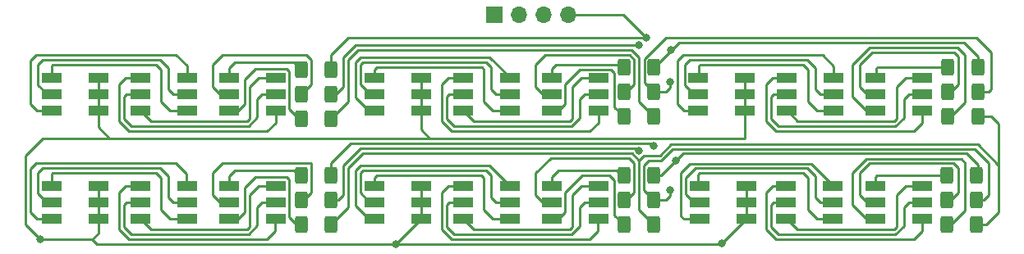
<source format=gbr>
%TF.GenerationSoftware,KiCad,Pcbnew,(6.0.5)*%
%TF.CreationDate,2023-08-09T01:27:25+09:00*%
%TF.ProjectId,TSAL,5453414c-2e6b-4696-9361-645f70636258,rev?*%
%TF.SameCoordinates,Original*%
%TF.FileFunction,Copper,L1,Top*%
%TF.FilePolarity,Positive*%
%FSLAX46Y46*%
G04 Gerber Fmt 4.6, Leading zero omitted, Abs format (unit mm)*
G04 Created by KiCad (PCBNEW (6.0.5)) date 2023-08-09 01:27:25*
%MOMM*%
%LPD*%
G01*
G04 APERTURE LIST*
G04 Aperture macros list*
%AMRoundRect*
0 Rectangle with rounded corners*
0 $1 Rounding radius*
0 $2 $3 $4 $5 $6 $7 $8 $9 X,Y pos of 4 corners*
0 Add a 4 corners polygon primitive as box body*
4,1,4,$2,$3,$4,$5,$6,$7,$8,$9,$2,$3,0*
0 Add four circle primitives for the rounded corners*
1,1,$1+$1,$2,$3*
1,1,$1+$1,$4,$5*
1,1,$1+$1,$6,$7*
1,1,$1+$1,$8,$9*
0 Add four rect primitives between the rounded corners*
20,1,$1+$1,$2,$3,$4,$5,0*
20,1,$1+$1,$4,$5,$6,$7,0*
20,1,$1+$1,$6,$7,$8,$9,0*
20,1,$1+$1,$8,$9,$2,$3,0*%
G04 Aperture macros list end*
%TA.AperFunction,SMDPad,CuDef*%
%ADD10RoundRect,0.250000X0.400000X0.625000X-0.400000X0.625000X-0.400000X-0.625000X0.400000X-0.625000X0*%
%TD*%
%TA.AperFunction,SMDPad,CuDef*%
%ADD11R,2.000000X1.100000*%
%TD*%
%TA.AperFunction,ComponentPad*%
%ADD12R,1.700000X1.700000*%
%TD*%
%TA.AperFunction,ComponentPad*%
%ADD13O,1.700000X1.700000*%
%TD*%
%TA.AperFunction,ViaPad*%
%ADD14C,0.800000*%
%TD*%
%TA.AperFunction,Conductor*%
%ADD15C,0.250000*%
%TD*%
G04 APERTURE END LIST*
D10*
%TO.P,R13,1*%
%TO.N,TSAL_RED*%
X158268000Y-141478000D03*
%TO.P,R13,2*%
%TO.N,Net-(D1-Pad3)*%
X155168000Y-141478000D03*
%TD*%
%TO.P,R2,1*%
%TO.N,TSAL_GREEN*%
X124994000Y-128016000D03*
%TO.P,R2,2*%
%TO.N,Net-(D9-Pad2)*%
X121894000Y-128016000D03*
%TD*%
%TO.P,R8,1*%
%TO.N,TSAL_GREEN*%
X191656000Y-127797142D03*
%TO.P,R8,2*%
%TO.N,Net-(D11-Pad2)*%
X188556000Y-127797142D03*
%TD*%
%TO.P,R10,1*%
%TO.N,TSAL_RED*%
X124994000Y-141478000D03*
%TO.P,R10,2*%
%TO.N,Net-(D12-Pad3)*%
X121894000Y-141478000D03*
%TD*%
%TO.P,R9,1*%
%TO.N,TSAL_BLUE*%
X191656000Y-125222000D03*
%TO.P,R9,2*%
%TO.N,Net-(D11-Pad1)*%
X188556000Y-125222000D03*
%TD*%
%TO.P,R18,1*%
%TO.N,TSAL_BLUE*%
X191542000Y-136398000D03*
%TO.P,R18,2*%
%TO.N,Net-(D2-Pad1)*%
X188442000Y-136398000D03*
%TD*%
D11*
%TO.P,D20,1,BK*%
%TO.N,Net-(D16-Pad4)*%
X96152000Y-137492000D03*
%TO.P,D20,2,GK*%
%TO.N,Net-(D16-Pad5)*%
X96152000Y-139192000D03*
%TO.P,D20,3,RK*%
%TO.N,Net-(D16-Pad6)*%
X96152000Y-140892000D03*
%TO.P,D20,4,BA*%
%TO.N,12V*%
X100952000Y-140892000D03*
%TO.P,D20,5,GA*%
X100952000Y-139192000D03*
%TO.P,D20,6,RA*%
X100952000Y-137492000D03*
%TD*%
%TO.P,D16,1,BK*%
%TO.N,Net-(D12-Pad4)*%
X105296000Y-137492000D03*
%TO.P,D16,2,GK*%
%TO.N,Net-(D12-Pad5)*%
X105296000Y-139192000D03*
%TO.P,D16,3,RK*%
%TO.N,Net-(D12-Pad6)*%
X105296000Y-140892000D03*
%TO.P,D16,4,BA*%
%TO.N,Net-(D16-Pad4)*%
X110096000Y-140892000D03*
%TO.P,D16,5,GA*%
%TO.N,Net-(D16-Pad5)*%
X110096000Y-139192000D03*
%TO.P,D16,6,RA*%
%TO.N,Net-(D16-Pad6)*%
X110096000Y-137492000D03*
%TD*%
%TO.P,D8,1,BK*%
%TO.N,Net-(D5-Pad4)*%
X162954000Y-137492000D03*
%TO.P,D8,2,GK*%
%TO.N,Net-(D5-Pad5)*%
X162954000Y-139192000D03*
%TO.P,D8,3,RK*%
%TO.N,Net-(D5-Pad6)*%
X162954000Y-140892000D03*
%TO.P,D8,4,BA*%
%TO.N,12V*%
X167754000Y-140892000D03*
%TO.P,D8,5,GA*%
X167754000Y-139192000D03*
%TO.P,D8,6,RA*%
X167754000Y-137492000D03*
%TD*%
%TO.P,D7,1,BK*%
%TO.N,Net-(D4-Pad4)*%
X129426000Y-137492000D03*
%TO.P,D7,2,GK*%
%TO.N,Net-(D4-Pad5)*%
X129426000Y-139192000D03*
%TO.P,D7,3,RK*%
%TO.N,Net-(D4-Pad6)*%
X129426000Y-140892000D03*
%TO.P,D7,4,BA*%
%TO.N,12V*%
X134226000Y-140892000D03*
%TO.P,D7,5,GA*%
X134226000Y-139192000D03*
%TO.P,D7,6,RA*%
X134226000Y-137492000D03*
%TD*%
D10*
%TO.P,R5,1*%
%TO.N,TSAL_GREEN*%
X158268000Y-127797142D03*
%TO.P,R5,2*%
%TO.N,Net-(D10-Pad2)*%
X155168000Y-127797142D03*
%TD*%
%TO.P,R17,1*%
%TO.N,TSAL_GREEN*%
X191542000Y-138938000D03*
%TO.P,R17,2*%
%TO.N,Net-(D2-Pad2)*%
X188442000Y-138938000D03*
%TD*%
D11*
%TO.P,D1,1,BK*%
%TO.N,Net-(D1-Pad1)*%
X147714000Y-137492000D03*
%TO.P,D1,2,GK*%
%TO.N,Net-(D1-Pad2)*%
X147714000Y-139192000D03*
%TO.P,D1,3,RK*%
%TO.N,Net-(D1-Pad3)*%
X147714000Y-140892000D03*
%TO.P,D1,4,BA*%
%TO.N,Net-(D1-Pad4)*%
X152514000Y-140892000D03*
%TO.P,D1,5,GA*%
%TO.N,Net-(D1-Pad5)*%
X152514000Y-139192000D03*
%TO.P,D1,6,RA*%
%TO.N,Net-(D1-Pad6)*%
X152514000Y-137492000D03*
%TD*%
D10*
%TO.P,R12,1*%
%TO.N,TSAL_BLUE*%
X124994000Y-136398000D03*
%TO.P,R12,2*%
%TO.N,Net-(D12-Pad1)*%
X121894000Y-136398000D03*
%TD*%
%TO.P,R6,1*%
%TO.N,TSAL_BLUE*%
X158268000Y-125257142D03*
%TO.P,R6,2*%
%TO.N,Net-(D10-Pad1)*%
X155168000Y-125257142D03*
%TD*%
D11*
%TO.P,D17,1,BK*%
%TO.N,Net-(D13-Pad4)*%
X96152000Y-126316000D03*
%TO.P,D17,2,GK*%
%TO.N,Net-(D13-Pad5)*%
X96152000Y-128016000D03*
%TO.P,D17,3,RK*%
%TO.N,Net-(D13-Pad6)*%
X96152000Y-129716000D03*
%TO.P,D17,4,BA*%
%TO.N,12V*%
X100952000Y-129716000D03*
%TO.P,D17,5,GA*%
X100952000Y-128016000D03*
%TO.P,D17,6,RA*%
X100952000Y-126316000D03*
%TD*%
D10*
%TO.P,R15,1*%
%TO.N,TSAL_BLUE*%
X158268000Y-136398000D03*
%TO.P,R15,2*%
%TO.N,Net-(D1-Pad1)*%
X155168000Y-136398000D03*
%TD*%
%TO.P,R11,1*%
%TO.N,TSAL_GREEN*%
X124994000Y-138938000D03*
%TO.P,R11,2*%
%TO.N,Net-(D12-Pad2)*%
X121894000Y-138938000D03*
%TD*%
D11*
%TO.P,D13,1,BK*%
%TO.N,Net-(D13-Pad1)*%
X105296000Y-126316000D03*
%TO.P,D13,2,GK*%
%TO.N,Net-(D13-Pad2)*%
X105296000Y-128016000D03*
%TO.P,D13,3,RK*%
%TO.N,Net-(D13-Pad3)*%
X105296000Y-129716000D03*
%TO.P,D13,4,BA*%
%TO.N,Net-(D13-Pad4)*%
X110096000Y-129716000D03*
%TO.P,D13,5,GA*%
%TO.N,Net-(D13-Pad5)*%
X110096000Y-128016000D03*
%TO.P,D13,6,RA*%
%TO.N,Net-(D13-Pad6)*%
X110096000Y-126316000D03*
%TD*%
D10*
%TO.P,R7,1*%
%TO.N,TSAL_RED*%
X191656000Y-130302000D03*
%TO.P,R7,2*%
%TO.N,Net-(D11-Pad3)*%
X188556000Y-130302000D03*
%TD*%
D11*
%TO.P,D19,1,BK*%
%TO.N,Net-(D15-Pad4)*%
X162814000Y-126351142D03*
%TO.P,D19,2,GK*%
%TO.N,Net-(D15-Pad5)*%
X162814000Y-128051142D03*
%TO.P,D19,3,RK*%
%TO.N,Net-(D15-Pad6)*%
X162814000Y-129751142D03*
%TO.P,D19,4,BA*%
%TO.N,12V*%
X167614000Y-129751142D03*
%TO.P,D19,5,GA*%
X167614000Y-128051142D03*
%TO.P,D19,6,RA*%
X167614000Y-126351142D03*
%TD*%
D12*
%TO.P,J1,1*%
%TO.N,12V*%
X141812000Y-119778000D03*
D13*
%TO.P,J1,2*%
%TO.N,TSAL_RED*%
X144352000Y-119778000D03*
%TO.P,J1,3*%
%TO.N,TSAL_GREEN*%
X146892000Y-119778000D03*
%TO.P,J1,4*%
%TO.N,TSAL_BLUE*%
X149432000Y-119778000D03*
%TD*%
D10*
%TO.P,R14,1*%
%TO.N,TSAL_GREEN*%
X158268000Y-138938000D03*
%TO.P,R14,2*%
%TO.N,Net-(D1-Pad2)*%
X155168000Y-138938000D03*
%TD*%
%TO.P,R4,1*%
%TO.N,TSAL_RED*%
X158268000Y-130337142D03*
%TO.P,R4,2*%
%TO.N,Net-(D10-Pad3)*%
X155168000Y-130337142D03*
%TD*%
D11*
%TO.P,D4,1,BK*%
%TO.N,Net-(D1-Pad4)*%
X138570000Y-137492000D03*
%TO.P,D4,2,GK*%
%TO.N,Net-(D1-Pad5)*%
X138570000Y-139192000D03*
%TO.P,D4,3,RK*%
%TO.N,Net-(D1-Pad6)*%
X138570000Y-140892000D03*
%TO.P,D4,4,BA*%
%TO.N,Net-(D4-Pad4)*%
X143370000Y-140892000D03*
%TO.P,D4,5,GA*%
%TO.N,Net-(D4-Pad5)*%
X143370000Y-139192000D03*
%TO.P,D4,6,RA*%
%TO.N,Net-(D4-Pad6)*%
X143370000Y-137492000D03*
%TD*%
%TO.P,D2,1,BK*%
%TO.N,Net-(D2-Pad1)*%
X181102000Y-137492000D03*
%TO.P,D2,2,GK*%
%TO.N,Net-(D2-Pad2)*%
X181102000Y-139192000D03*
%TO.P,D2,3,RK*%
%TO.N,Net-(D2-Pad3)*%
X181102000Y-140892000D03*
%TO.P,D2,4,BA*%
%TO.N,Net-(D2-Pad4)*%
X185902000Y-140892000D03*
%TO.P,D2,5,GA*%
%TO.N,Net-(D2-Pad5)*%
X185902000Y-139192000D03*
%TO.P,D2,6,RA*%
%TO.N,Net-(D2-Pad6)*%
X185902000Y-137492000D03*
%TD*%
%TO.P,D14,1,BK*%
%TO.N,Net-(D10-Pad4)*%
X138570000Y-126351142D03*
%TO.P,D14,2,GK*%
%TO.N,Net-(D10-Pad5)*%
X138570000Y-128051142D03*
%TO.P,D14,3,RK*%
%TO.N,Net-(D10-Pad6)*%
X138570000Y-129751142D03*
%TO.P,D14,4,BA*%
%TO.N,Net-(D14-Pad4)*%
X143370000Y-129751142D03*
%TO.P,D14,5,GA*%
%TO.N,Net-(D14-Pad5)*%
X143370000Y-128051142D03*
%TO.P,D14,6,RA*%
%TO.N,Net-(D14-Pad6)*%
X143370000Y-126351142D03*
%TD*%
%TO.P,D5,1,BK*%
%TO.N,Net-(D2-Pad4)*%
X171844000Y-137492000D03*
%TO.P,D5,2,GK*%
%TO.N,Net-(D2-Pad5)*%
X171844000Y-139192000D03*
%TO.P,D5,3,RK*%
%TO.N,Net-(D2-Pad6)*%
X171844000Y-140892000D03*
%TO.P,D5,4,BA*%
%TO.N,Net-(D5-Pad4)*%
X176644000Y-140892000D03*
%TO.P,D5,5,GA*%
%TO.N,Net-(D5-Pad5)*%
X176644000Y-139192000D03*
%TO.P,D5,6,RA*%
%TO.N,Net-(D5-Pad6)*%
X176644000Y-137492000D03*
%TD*%
D10*
%TO.P,R16,1*%
%TO.N,TSAL_RED*%
X191542000Y-141478000D03*
%TO.P,R16,2*%
%TO.N,Net-(D2-Pad3)*%
X188442000Y-141478000D03*
%TD*%
D11*
%TO.P,D11,1,BK*%
%TO.N,Net-(D11-Pad1)*%
X181102000Y-126351142D03*
%TO.P,D11,2,GK*%
%TO.N,Net-(D11-Pad2)*%
X181102000Y-128051142D03*
%TO.P,D11,3,RK*%
%TO.N,Net-(D11-Pad3)*%
X181102000Y-129751142D03*
%TO.P,D11,4,BA*%
%TO.N,Net-(D11-Pad4)*%
X185902000Y-129751142D03*
%TO.P,D11,5,GA*%
%TO.N,Net-(D11-Pad5)*%
X185902000Y-128051142D03*
%TO.P,D11,6,RA*%
%TO.N,Net-(D11-Pad6)*%
X185902000Y-126351142D03*
%TD*%
D10*
%TO.P,R1,1*%
%TO.N,TSAL_RED*%
X124994000Y-130556000D03*
%TO.P,R1,2*%
%TO.N,Net-(D9-Pad3)*%
X121894000Y-130556000D03*
%TD*%
D11*
%TO.P,D15,1,BK*%
%TO.N,Net-(D11-Pad4)*%
X171958000Y-126351142D03*
%TO.P,D15,2,GK*%
%TO.N,Net-(D11-Pad5)*%
X171958000Y-128051142D03*
%TO.P,D15,3,RK*%
%TO.N,Net-(D11-Pad6)*%
X171958000Y-129751142D03*
%TO.P,D15,4,BA*%
%TO.N,Net-(D15-Pad4)*%
X176758000Y-129751142D03*
%TO.P,D15,5,GA*%
%TO.N,Net-(D15-Pad5)*%
X176758000Y-128051142D03*
%TO.P,D15,6,RA*%
%TO.N,Net-(D15-Pad6)*%
X176758000Y-126351142D03*
%TD*%
%TO.P,D12,1,BK*%
%TO.N,Net-(D12-Pad1)*%
X114440000Y-137492000D03*
%TO.P,D12,2,GK*%
%TO.N,Net-(D12-Pad2)*%
X114440000Y-139192000D03*
%TO.P,D12,3,RK*%
%TO.N,Net-(D12-Pad3)*%
X114440000Y-140892000D03*
%TO.P,D12,4,BA*%
%TO.N,Net-(D12-Pad4)*%
X119240000Y-140892000D03*
%TO.P,D12,5,GA*%
%TO.N,Net-(D12-Pad5)*%
X119240000Y-139192000D03*
%TO.P,D12,6,RA*%
%TO.N,Net-(D12-Pad6)*%
X119240000Y-137492000D03*
%TD*%
D10*
%TO.P,R3,1*%
%TO.N,TSAL_BLUE*%
X124994000Y-125476000D03*
%TO.P,R3,2*%
%TO.N,Net-(D9-Pad1)*%
X121894000Y-125476000D03*
%TD*%
D11*
%TO.P,D18,1,BK*%
%TO.N,Net-(D14-Pad4)*%
X129426000Y-126351142D03*
%TO.P,D18,2,GK*%
%TO.N,Net-(D14-Pad5)*%
X129426000Y-128051142D03*
%TO.P,D18,3,RK*%
%TO.N,Net-(D14-Pad6)*%
X129426000Y-129751142D03*
%TO.P,D18,4,BA*%
%TO.N,12V*%
X134226000Y-129751142D03*
%TO.P,D18,5,GA*%
X134226000Y-128051142D03*
%TO.P,D18,6,RA*%
X134226000Y-126351142D03*
%TD*%
%TO.P,D10,1,BK*%
%TO.N,Net-(D10-Pad1)*%
X147714000Y-126351142D03*
%TO.P,D10,2,GK*%
%TO.N,Net-(D10-Pad2)*%
X147714000Y-128051142D03*
%TO.P,D10,3,RK*%
%TO.N,Net-(D10-Pad3)*%
X147714000Y-129751142D03*
%TO.P,D10,4,BA*%
%TO.N,Net-(D10-Pad4)*%
X152514000Y-129751142D03*
%TO.P,D10,5,GA*%
%TO.N,Net-(D10-Pad5)*%
X152514000Y-128051142D03*
%TO.P,D10,6,RA*%
%TO.N,Net-(D10-Pad6)*%
X152514000Y-126351142D03*
%TD*%
%TO.P,D9,1,BK*%
%TO.N,Net-(D9-Pad1)*%
X114440000Y-126316000D03*
%TO.P,D9,2,GK*%
%TO.N,Net-(D9-Pad2)*%
X114440000Y-128016000D03*
%TO.P,D9,3,RK*%
%TO.N,Net-(D9-Pad3)*%
X114440000Y-129716000D03*
%TO.P,D9,4,BA*%
%TO.N,Net-(D13-Pad1)*%
X119240000Y-129716000D03*
%TO.P,D9,5,GA*%
%TO.N,Net-(D13-Pad2)*%
X119240000Y-128016000D03*
%TO.P,D9,6,RA*%
%TO.N,Net-(D13-Pad3)*%
X119240000Y-126316000D03*
%TD*%
D14*
%TO.N,TSAL_RED*%
X124994000Y-130556000D03*
X191656000Y-130302000D03*
X158242000Y-141478000D03*
X158242000Y-130302000D03*
X124968000Y-141478000D03*
X191542000Y-141478000D03*
%TO.N,TSAL_GREEN*%
X159943500Y-137922000D03*
X159949070Y-126746000D03*
X156718000Y-133858000D03*
X191542000Y-138938000D03*
X158242000Y-138938000D03*
X156718000Y-122936000D03*
X124988430Y-138938000D03*
X158242000Y-127762000D03*
X191656000Y-127797142D03*
X124994000Y-128016000D03*
%TO.N,TSAL_BLUE*%
X124988430Y-136377570D03*
X160020000Y-123444000D03*
X158242000Y-133350000D03*
X191656000Y-125222000D03*
X158399571Y-125125571D03*
X191650430Y-136398000D03*
X157480000Y-122174000D03*
X158242000Y-136398000D03*
X124994000Y-125476000D03*
X160528000Y-134874000D03*
%TO.N,12V*%
X165245000Y-143401000D03*
X94996000Y-143002000D03*
X131608000Y-143510000D03*
%TD*%
D15*
%TO.N,TSAL_RED*%
X158262430Y-141513142D02*
X156712430Y-139963142D01*
X155993489Y-134158103D02*
X155993489Y-134149489D01*
X156718000Y-128787142D02*
X156718000Y-124206000D01*
X155956000Y-123444000D02*
X156718000Y-124206000D01*
X156712430Y-134888184D02*
X157234614Y-134366000D01*
X126740430Y-135636000D02*
X126740430Y-139705570D01*
X155993489Y-134149489D02*
X155956000Y-134112000D01*
X193040000Y-130302000D02*
X193802000Y-131064000D01*
X158876282Y-134366000D02*
X160029322Y-133212960D01*
X193802000Y-140208000D02*
X192532000Y-141478000D01*
X193040000Y-130302000D02*
X191656000Y-130302000D01*
X160029322Y-133212960D02*
X191632960Y-133212960D01*
X127762000Y-123444000D02*
X155956000Y-123444000D01*
X192532000Y-141478000D02*
X191542000Y-141478000D01*
X126740430Y-139705570D02*
X124968000Y-141478000D01*
X156712430Y-134888184D02*
X156718000Y-134882614D01*
X156718000Y-134882614D02*
X155993489Y-134158103D01*
X124994000Y-130556000D02*
X126746000Y-128804000D01*
X128264430Y-134112000D02*
X126740430Y-135636000D01*
X193802000Y-135382000D02*
X193802000Y-135636000D01*
X156712430Y-139963142D02*
X156712430Y-134888184D01*
X193802000Y-135636000D02*
X193802000Y-140208000D01*
X193802000Y-131064000D02*
X193802000Y-135636000D01*
X155956000Y-134112000D02*
X128264430Y-134112000D01*
X157234614Y-134366000D02*
X158876282Y-134366000D01*
X191632960Y-133212960D02*
X193802000Y-135382000D01*
X126746000Y-124460000D02*
X127762000Y-123444000D01*
X126746000Y-128804000D02*
X126746000Y-124460000D01*
X158268000Y-130337142D02*
X156718000Y-128787142D01*
%TO.N,Net-(D2-Pad3)*%
X190327520Y-140021622D02*
X188582000Y-141767142D01*
X189936480Y-134713622D02*
X190327520Y-135104662D01*
X178702000Y-139481142D02*
X178702000Y-136179142D01*
X180148000Y-140927142D02*
X178702000Y-139481142D01*
X190327520Y-135104662D02*
X190327520Y-140021622D01*
X180167520Y-134713622D02*
X189936480Y-134713622D01*
X178702000Y-136179142D02*
X180167520Y-134713622D01*
%TO.N,TSAL_GREEN*%
X159471288Y-138973142D02*
X158262430Y-138973142D01*
X125724430Y-138938000D02*
X124988430Y-138938000D01*
X159943500Y-138500930D02*
X159471288Y-138973142D01*
X159949070Y-126746000D02*
X159949070Y-127324930D01*
X157734000Y-134874000D02*
X159004000Y-134874000D01*
X126232430Y-138430000D02*
X125724430Y-138938000D01*
X156718000Y-133858000D02*
X156464000Y-133604000D01*
X159943500Y-137922000D02*
X159943500Y-138500930D01*
X157226000Y-137936712D02*
X157226000Y-135382000D01*
X157293480Y-126822622D02*
X157293480Y-124394169D01*
X159949070Y-127324930D02*
X159476858Y-127797142D01*
X126232430Y-135382000D02*
X126232430Y-138430000D01*
X159004000Y-134874000D02*
X160215520Y-133662480D01*
X156464000Y-133604000D02*
X128010430Y-133604000D01*
X192786000Y-138430000D02*
X192278000Y-138938000D01*
X128010430Y-133604000D02*
X126232430Y-135382000D01*
X192750858Y-127797142D02*
X191656000Y-127797142D01*
X192278000Y-138938000D02*
X191542000Y-138938000D01*
X126238000Y-124206000D02*
X126238000Y-127254000D01*
X191320480Y-133662480D02*
X192786000Y-135128000D01*
X157293480Y-124394169D02*
X159513649Y-122174000D01*
X158262430Y-138973142D02*
X157226000Y-137936712D01*
X156718000Y-122936000D02*
X127508000Y-122936000D01*
X127508000Y-122936000D02*
X126238000Y-124206000D01*
X193040000Y-127508000D02*
X192750858Y-127797142D01*
X159476858Y-127797142D02*
X158268000Y-127797142D01*
X126238000Y-127254000D02*
X125476000Y-128016000D01*
X125476000Y-128016000D02*
X124994000Y-128016000D01*
X160215520Y-133662480D02*
X191320480Y-133662480D01*
X191516000Y-122174000D02*
X193040000Y-123698000D01*
X193040000Y-123698000D02*
X193040000Y-127508000D01*
X159513649Y-122174000D02*
X191516000Y-122174000D01*
X158268000Y-127797142D02*
X157293480Y-126822622D01*
X192786000Y-135128000D02*
X192786000Y-138430000D01*
X157226000Y-135382000D02*
X157734000Y-134874000D01*
%TO.N,Net-(D2-Pad2)*%
X179464000Y-136179142D02*
X180480000Y-135163142D01*
X179464000Y-138465142D02*
X179464000Y-136179142D01*
X189116000Y-135163142D02*
X189624000Y-135671142D01*
X189624000Y-135671142D02*
X189624000Y-138185142D01*
X180480000Y-135163142D02*
X189116000Y-135163142D01*
X189624000Y-138185142D02*
X188582000Y-139227142D01*
X180226000Y-139227142D02*
X179464000Y-138465142D01*
%TO.N,TSAL_BLUE*%
X190494430Y-134112000D02*
X191650430Y-135268000D01*
X155084000Y-119778000D02*
X157480000Y-122174000D01*
X161290000Y-134112000D02*
X190494430Y-134112000D01*
X126746000Y-122174000D02*
X124994000Y-123926000D01*
X158262430Y-136433142D02*
X158968858Y-136433142D01*
X191650430Y-135268000D02*
X191650430Y-136398000D01*
X190246000Y-122682000D02*
X191656000Y-124092000D01*
X158242000Y-133350000D02*
X157988000Y-133096000D01*
X191656000Y-124092000D02*
X191656000Y-125222000D01*
X126994430Y-133096000D02*
X124988430Y-135102000D01*
X158399571Y-125125571D02*
X160843142Y-122682000D01*
X158968858Y-136433142D02*
X161290000Y-134112000D01*
X124988430Y-135102000D02*
X124988430Y-136377570D01*
X157988000Y-133096000D02*
X126994430Y-133096000D01*
X124994000Y-123926000D02*
X124994000Y-125476000D01*
X160843142Y-122682000D02*
X190246000Y-122682000D01*
X158268000Y-125257142D02*
X158399571Y-125125571D01*
X149432000Y-119778000D02*
X155084000Y-119778000D01*
X157480000Y-122174000D02*
X126746000Y-122174000D01*
%TO.N,Net-(D2-Pad1)*%
X181128000Y-136547142D02*
X181242000Y-136433142D01*
X181242000Y-136433142D02*
X188328000Y-136433142D01*
X181128000Y-137527142D02*
X181128000Y-136547142D01*
%TO.N,Net-(D9-Pad3)*%
X120650000Y-129540000D02*
X121666000Y-130556000D01*
X120396000Y-125441489D02*
X120650000Y-125695489D01*
X116078000Y-129032000D02*
X116078000Y-126492000D01*
X115394000Y-129716000D02*
X116078000Y-129032000D01*
X120650000Y-125695489D02*
X120650000Y-129540000D01*
X117128511Y-125441489D02*
X120396000Y-125441489D01*
X114440000Y-129716000D02*
X115394000Y-129716000D01*
X121666000Y-130556000D02*
X121894000Y-130556000D01*
X116078000Y-126492000D02*
X117128511Y-125441489D01*
%TO.N,Net-(D9-Pad2)*%
X122936000Y-124460000D02*
X122936000Y-126974000D01*
X122428000Y-123952000D02*
X122936000Y-124460000D01*
X112776000Y-124968000D02*
X113792000Y-123952000D01*
X112776000Y-127254000D02*
X112776000Y-124968000D01*
X113792000Y-123952000D02*
X122428000Y-123952000D01*
X122936000Y-126974000D02*
X121894000Y-128016000D01*
X113538000Y-128016000D02*
X112776000Y-127254000D01*
X114440000Y-128016000D02*
X113538000Y-128016000D01*
%TO.N,Net-(D1-Pad4)*%
X136392430Y-142021142D02*
X137408430Y-143037142D01*
X137408430Y-143037142D02*
X151632430Y-143037142D01*
X136392430Y-138211142D02*
X136392430Y-142021142D01*
X138564430Y-137527142D02*
X137076430Y-137527142D01*
X152508430Y-142161142D02*
X152508430Y-140927142D01*
X137076430Y-137527142D02*
X136392430Y-138211142D01*
X151632430Y-143037142D02*
X152508430Y-142161142D01*
%TO.N,Net-(D1-Pad5)*%
X137154430Y-139227142D02*
X136900430Y-139481142D01*
X138564430Y-139227142D02*
X137154430Y-139227142D01*
X136900430Y-141767142D02*
X137662430Y-142529142D01*
X150616430Y-139735142D02*
X151124430Y-139227142D01*
X151124430Y-139227142D02*
X152508430Y-139227142D01*
X137662430Y-142529142D02*
X149728147Y-142529142D01*
X149728147Y-142529142D02*
X150616430Y-141640859D01*
X150616430Y-141640859D02*
X150616430Y-139735142D01*
X136900430Y-139481142D02*
X136900430Y-141767142D01*
%TO.N,Net-(D1-Pad6)*%
X150792430Y-137527142D02*
X152508430Y-137527142D01*
X149854430Y-141767142D02*
X149854430Y-138465142D01*
X149854430Y-138465142D02*
X150792430Y-137527142D01*
X139658430Y-142021142D02*
X149600430Y-142021142D01*
X149600430Y-142021142D02*
X149854430Y-141767142D01*
X138564430Y-140927142D02*
X139658430Y-142021142D01*
%TO.N,Net-(D13-Pad1)*%
X105296000Y-126316000D02*
X103808000Y-126316000D01*
X119240000Y-130950000D02*
X119240000Y-129716000D01*
X103808000Y-126316000D02*
X103124000Y-127000000D01*
X103124000Y-127000000D02*
X103124000Y-130810000D01*
X118364000Y-131826000D02*
X119240000Y-130950000D01*
X103124000Y-130810000D02*
X104140000Y-131826000D01*
X104140000Y-131826000D02*
X118364000Y-131826000D01*
%TO.N,Net-(D13-Pad2)*%
X103632000Y-130556000D02*
X104394000Y-131318000D01*
X117856000Y-128016000D02*
X119240000Y-128016000D01*
X117348000Y-130429717D02*
X117348000Y-128524000D01*
X116459717Y-131318000D02*
X117348000Y-130429717D01*
X103632000Y-128270000D02*
X103632000Y-130556000D01*
X105296000Y-128016000D02*
X103886000Y-128016000D01*
X104394000Y-131318000D02*
X116459717Y-131318000D01*
X103886000Y-128016000D02*
X103632000Y-128270000D01*
X117348000Y-128524000D02*
X117856000Y-128016000D01*
%TO.N,Net-(D13-Pad3)*%
X106390000Y-130810000D02*
X116332000Y-130810000D01*
X116586000Y-127254000D02*
X117524000Y-126316000D01*
X105296000Y-129716000D02*
X106390000Y-130810000D01*
X117524000Y-126316000D02*
X119240000Y-126316000D01*
X116586000Y-130556000D02*
X116586000Y-127254000D01*
X116332000Y-130810000D02*
X116586000Y-130556000D01*
%TO.N,Net-(D9-Pad1)*%
X115062000Y-124714000D02*
X121132000Y-124714000D01*
X114440000Y-125336000D02*
X115062000Y-124714000D01*
X114440000Y-126316000D02*
X114440000Y-125336000D01*
X121132000Y-124714000D02*
X121894000Y-125476000D01*
%TO.N,12V*%
X100952000Y-131432000D02*
X100952000Y-126316000D01*
X100330000Y-143002000D02*
X100838000Y-143510000D01*
X167754000Y-137492000D02*
X167754000Y-140892000D01*
X134226000Y-137492000D02*
X134226000Y-140892000D01*
X95250000Y-132588000D02*
X93472000Y-134366000D01*
X167614000Y-132588000D02*
X167614000Y-126351142D01*
X102108000Y-132588000D02*
X100952000Y-131432000D01*
X93472000Y-141478000D02*
X94996000Y-143002000D01*
X102362000Y-132588000D02*
X102108000Y-132588000D01*
X135128000Y-132588000D02*
X102362000Y-132588000D01*
X135128000Y-132588000D02*
X167614000Y-132588000D01*
X100330000Y-143002000D02*
X100952000Y-142380000D01*
X131608000Y-143510000D02*
X165136000Y-143510000D01*
X94996000Y-143002000D02*
X100330000Y-143002000D01*
X135128000Y-132588000D02*
X134226000Y-131686000D01*
X165245000Y-143401000D02*
X167754000Y-140892000D01*
X102362000Y-132588000D02*
X95250000Y-132588000D01*
X93472000Y-134366000D02*
X93472000Y-141478000D01*
X100838000Y-143510000D02*
X131608000Y-143510000D01*
X134226000Y-131686000D02*
X134226000Y-126351142D01*
X100952000Y-142380000D02*
X100952000Y-137492000D01*
X131608000Y-143510000D02*
X134226000Y-140892000D01*
X165136000Y-143510000D02*
X165245000Y-143401000D01*
%TO.N,Net-(D1-Pad1)*%
X147734430Y-137527142D02*
X147734430Y-136547142D01*
X154391288Y-135890000D02*
X154934430Y-136433142D01*
X148391572Y-135890000D02*
X154391288Y-135890000D01*
X147734430Y-136547142D02*
X148391572Y-135890000D01*
%TO.N,Net-(D1-Pad2)*%
X156204430Y-135133570D02*
X156204430Y-138211142D01*
X156204430Y-138211142D02*
X155188430Y-139227142D01*
X146832430Y-139227142D02*
X146070430Y-138465142D01*
X155702000Y-134620000D02*
X156210000Y-135128000D01*
X156210000Y-135128000D02*
X156204430Y-135133570D01*
X146070430Y-138465142D02*
X146070430Y-136179142D01*
X146070430Y-136179142D02*
X147629572Y-134620000D01*
X147629572Y-134620000D02*
X155702000Y-134620000D01*
%TO.N,Net-(D1-Pad3)*%
X150870430Y-136398000D02*
X149092430Y-138176000D01*
X148373288Y-140927142D02*
X147708430Y-140927142D01*
X154172430Y-140523142D02*
X154172430Y-136900430D01*
X153670000Y-136398000D02*
X150870430Y-136398000D01*
X155162430Y-141513142D02*
X154172430Y-140523142D01*
X149092430Y-138176000D02*
X149092430Y-140208000D01*
X154172430Y-136900430D02*
X153670000Y-136398000D01*
X149092430Y-140208000D02*
X148373288Y-140927142D01*
%TO.N,Net-(D4-Pad4)*%
X129420430Y-136652000D02*
X129674430Y-136398000D01*
X140710430Y-136624000D02*
X140710430Y-139926000D01*
X140710430Y-139926000D02*
X141648430Y-140864000D01*
X141648430Y-140864000D02*
X143364430Y-140864000D01*
X129674430Y-136398000D02*
X140484430Y-136398000D01*
X140484430Y-136398000D02*
X140710430Y-136624000D01*
X129420430Y-137464000D02*
X129420430Y-136652000D01*
%TO.N,Net-(D4-Pad5)*%
X128970430Y-139164000D02*
X128010430Y-138204000D01*
X128010430Y-136116000D02*
X128236430Y-135890000D01*
X141472430Y-136433141D02*
X141472430Y-138656000D01*
X141980430Y-139164000D02*
X143364430Y-139164000D01*
X128236430Y-135890000D02*
X140929289Y-135890000D01*
X141472430Y-138656000D02*
X141980430Y-139164000D01*
X140929289Y-135890000D02*
X141472430Y-136433141D01*
X128010430Y-138204000D02*
X128010430Y-136116000D01*
%TO.N,Net-(D4-Pad6)*%
X141282430Y-135382000D02*
X143364430Y-137464000D01*
X128858266Y-140864000D02*
X127502430Y-139508164D01*
X127502430Y-135890000D02*
X128010430Y-135382000D01*
X128010430Y-135382000D02*
X141282430Y-135382000D01*
X127502430Y-139508164D02*
X127502430Y-135890000D01*
X129420430Y-140864000D02*
X128858266Y-140864000D01*
%TO.N,Net-(D5-Pad4)*%
X174130000Y-139989142D02*
X175068000Y-140927142D01*
X162840000Y-136293142D02*
X162954000Y-136179142D01*
X162954000Y-136179142D02*
X173622000Y-136179142D01*
X173622000Y-136179142D02*
X174130000Y-136687142D01*
X175068000Y-140927142D02*
X176784000Y-140927142D01*
X162840000Y-137527142D02*
X162840000Y-136293142D01*
X174130000Y-136687142D02*
X174130000Y-139989142D01*
%TO.N,Net-(D5-Pad5)*%
X174892000Y-138719142D02*
X175400000Y-139227142D01*
X175400000Y-139227142D02*
X176784000Y-139227142D01*
X162524858Y-135671142D02*
X174066859Y-135671142D01*
X162390000Y-139227142D02*
X161544000Y-138381142D01*
X174066859Y-135671142D02*
X174892000Y-136496283D01*
X161544000Y-136652000D02*
X162524858Y-135671142D01*
X174892000Y-136496283D02*
X174892000Y-138719142D01*
X161544000Y-138381142D02*
X161544000Y-136652000D01*
%TO.N,Net-(D5-Pad6)*%
X161036000Y-140611142D02*
X161036000Y-136144000D01*
X161352000Y-140927142D02*
X161036000Y-140611142D01*
X162840000Y-140927142D02*
X161352000Y-140927142D01*
X174478480Y-135221622D02*
X176784000Y-137527142D01*
X161036000Y-136144000D02*
X161958378Y-135221622D01*
X161958378Y-135221622D02*
X174478480Y-135221622D01*
%TO.N,Net-(D10-Pad1)*%
X148143142Y-124968000D02*
X154650858Y-124968000D01*
X147740000Y-125371142D02*
X148143142Y-124968000D01*
X147740000Y-126351142D02*
X147740000Y-125371142D01*
X154650858Y-124968000D02*
X154940000Y-125257142D01*
%TO.N,Net-(D10-Pad2)*%
X146076000Y-127289142D02*
X146076000Y-125003142D01*
X156210000Y-127035142D02*
X155194000Y-128051142D01*
X146076000Y-125003142D02*
X147092000Y-123987142D01*
X147092000Y-123987142D02*
X155735493Y-123987142D01*
X155735493Y-123987142D02*
X156210000Y-124461649D01*
X146838000Y-128051142D02*
X146076000Y-127289142D01*
X156210000Y-124461649D02*
X156210000Y-127035142D01*
%TO.N,Net-(D10-Pad3)*%
X154178000Y-129347142D02*
X154178000Y-125816120D01*
X153838511Y-125476631D02*
X150621369Y-125476631D01*
X149098000Y-129032000D02*
X148378858Y-129751142D01*
X150621369Y-125476631D02*
X149098000Y-127000000D01*
X154178000Y-125816120D02*
X153838511Y-125476631D01*
X155168000Y-130337142D02*
X154178000Y-129347142D01*
X149098000Y-127000000D02*
X149098000Y-129032000D01*
X148378858Y-129751142D02*
X147714000Y-129751142D01*
%TO.N,Net-(D11-Pad1)*%
X181133570Y-125371142D02*
X181247570Y-125257142D01*
X181247570Y-125257142D02*
X188333570Y-125257142D01*
X181133570Y-126351142D02*
X181133570Y-125371142D01*
%TO.N,Net-(D11-Pad2)*%
X179469570Y-125003142D02*
X180774712Y-123698000D01*
X180774712Y-123698000D02*
X189230000Y-123698000D01*
X189629570Y-127009142D02*
X188587570Y-128051142D01*
X180231570Y-128051142D02*
X179469570Y-127289142D01*
X179469570Y-127289142D02*
X179469570Y-125003142D01*
X189629570Y-124097570D02*
X189629570Y-127009142D01*
X189230000Y-123698000D02*
X189629570Y-124097570D01*
%TO.N,Net-(D11-Pad3)*%
X190333090Y-123928662D02*
X190333090Y-128845622D01*
X178707570Y-128305142D02*
X178707570Y-125003142D01*
X190333090Y-128845622D02*
X188587570Y-130591142D01*
X178707570Y-125003142D02*
X180520712Y-123190000D01*
X180520712Y-123190000D02*
X189594428Y-123190000D01*
X189594428Y-123190000D02*
X190333090Y-123928662D01*
X180153570Y-129751142D02*
X178707570Y-128305142D01*
%TO.N,Net-(D12-Pad1)*%
X114434430Y-137492000D02*
X114434430Y-136512000D01*
X121126430Y-135890000D02*
X121888430Y-136652000D01*
X114434430Y-136512000D02*
X115056430Y-135890000D01*
X115056430Y-135890000D02*
X121126430Y-135890000D01*
%TO.N,Net-(D12-Pad2)*%
X112770430Y-138430000D02*
X112770430Y-136144000D01*
X114434430Y-139192000D02*
X113532430Y-139192000D01*
X113532430Y-139192000D02*
X112770430Y-138430000D01*
X122930430Y-135128000D02*
X122930430Y-138150000D01*
X113786430Y-135128000D02*
X122930430Y-135128000D01*
X122930430Y-138150000D02*
X121888430Y-139192000D01*
X112770430Y-136144000D02*
X113786430Y-135128000D01*
%TO.N,Net-(D12-Pad3)*%
X120390430Y-136617489D02*
X120644430Y-136871489D01*
X114434430Y-140892000D02*
X115388430Y-140892000D01*
X116072430Y-137668000D02*
X117122941Y-136617489D01*
X120644430Y-136871489D02*
X120644430Y-140716000D01*
X117122941Y-136617489D02*
X120390430Y-136617489D01*
X120644430Y-140716000D02*
X121660430Y-141732000D01*
X116072430Y-140208000D02*
X116072430Y-137668000D01*
X121660430Y-141732000D02*
X121888430Y-141732000D01*
X115388430Y-140892000D02*
X116072430Y-140208000D01*
%TO.N,Net-(D10-Pad4)*%
X137082000Y-126351142D02*
X136398000Y-127035142D01*
X136398000Y-127035142D02*
X136398000Y-130845142D01*
X137414000Y-131861142D02*
X151638000Y-131861142D01*
X138570000Y-126351142D02*
X137082000Y-126351142D01*
X136398000Y-130845142D02*
X137414000Y-131861142D01*
X152514000Y-130985142D02*
X152514000Y-129751142D01*
X151638000Y-131861142D02*
X152514000Y-130985142D01*
%TO.N,Net-(D10-Pad5)*%
X136906000Y-128305142D02*
X136906000Y-130591142D01*
X136906000Y-130591142D02*
X137668000Y-131353142D01*
X138570000Y-128051142D02*
X137160000Y-128051142D01*
X137668000Y-131353142D02*
X149733717Y-131353142D01*
X137160000Y-128051142D02*
X136906000Y-128305142D01*
X150622000Y-130464859D02*
X150622000Y-128559142D01*
X150622000Y-128559142D02*
X151130000Y-128051142D01*
X151130000Y-128051142D02*
X152514000Y-128051142D01*
X149733717Y-131353142D02*
X150622000Y-130464859D01*
%TO.N,Net-(D10-Pad6)*%
X150798000Y-126351142D02*
X152514000Y-126351142D01*
X149860000Y-130591142D02*
X149860000Y-127289142D01*
X139664000Y-130845142D02*
X149606000Y-130845142D01*
X138570000Y-129751142D02*
X139664000Y-130845142D01*
X149606000Y-130845142D02*
X149860000Y-130591142D01*
X149860000Y-127289142D02*
X150798000Y-126351142D01*
%TO.N,Net-(D11-Pad4)*%
X170833570Y-131861142D02*
X185057570Y-131861142D01*
X185933570Y-130985142D02*
X185933570Y-129751142D01*
X169817570Y-130845142D02*
X170833570Y-131861142D01*
X169817570Y-127035142D02*
X169817570Y-130845142D01*
X171989570Y-126351142D02*
X170501570Y-126351142D01*
X185057570Y-131861142D02*
X185933570Y-130985142D01*
X170501570Y-126351142D02*
X169817570Y-127035142D01*
%TO.N,Net-(D11-Pad5)*%
X171087570Y-131353142D02*
X183153287Y-131353142D01*
X184041570Y-128559142D02*
X184549570Y-128051142D01*
X183153287Y-131353142D02*
X184041570Y-130464859D01*
X170325570Y-128305142D02*
X170325570Y-130591142D01*
X170579570Y-128051142D02*
X170325570Y-128305142D01*
X171989570Y-128051142D02*
X170579570Y-128051142D01*
X184041570Y-130464859D02*
X184041570Y-128559142D01*
X184549570Y-128051142D02*
X185933570Y-128051142D01*
X170325570Y-130591142D02*
X171087570Y-131353142D01*
%TO.N,Net-(D11-Pad6)*%
X184217570Y-126351142D02*
X185933570Y-126351142D01*
X171989570Y-129751142D02*
X173083570Y-130845142D01*
X183025570Y-130845142D02*
X183279570Y-130591142D01*
X173083570Y-130845142D02*
X183025570Y-130845142D01*
X183279570Y-127289142D02*
X184217570Y-126351142D01*
X183279570Y-130591142D02*
X183279570Y-127289142D01*
%TO.N,Net-(D12-Pad4)*%
X105290430Y-137492000D02*
X103802430Y-137492000D01*
X119234430Y-142126000D02*
X119234430Y-140892000D01*
X103118430Y-138176000D02*
X103118430Y-141986000D01*
X104134430Y-143002000D02*
X118358430Y-143002000D01*
X118358430Y-143002000D02*
X119234430Y-142126000D01*
X103118430Y-141986000D02*
X104134430Y-143002000D01*
X103802430Y-137492000D02*
X103118430Y-138176000D01*
%TO.N,Net-(D12-Pad5)*%
X117850430Y-139192000D02*
X119234430Y-139192000D01*
X117342430Y-141605717D02*
X117342430Y-139700000D01*
X103626430Y-139446000D02*
X103626430Y-141732000D01*
X103880430Y-139192000D02*
X103626430Y-139446000D01*
X103626430Y-141732000D02*
X104388430Y-142494000D01*
X104388430Y-142494000D02*
X116454147Y-142494000D01*
X105290430Y-139192000D02*
X103880430Y-139192000D01*
X116454147Y-142494000D02*
X117342430Y-141605717D01*
X117342430Y-139700000D02*
X117850430Y-139192000D01*
%TO.N,Net-(D12-Pad6)*%
X116326430Y-141986000D02*
X116580430Y-141732000D01*
X117518430Y-137492000D02*
X119234430Y-137492000D01*
X106384430Y-141986000D02*
X116326430Y-141986000D01*
X116580430Y-138430000D02*
X117518430Y-137492000D01*
X105290430Y-140892000D02*
X106384430Y-141986000D01*
X116580430Y-141732000D02*
X116580430Y-138430000D01*
%TO.N,Net-(D13-Pad4)*%
X107442000Y-128778000D02*
X108380000Y-129716000D01*
X108380000Y-129716000D02*
X110096000Y-129716000D01*
X107442000Y-125476000D02*
X107442000Y-128778000D01*
X106934000Y-124968000D02*
X107442000Y-125476000D01*
X96152000Y-126316000D02*
X96152000Y-125082000D01*
X96266000Y-124968000D02*
X106934000Y-124968000D01*
X96152000Y-125082000D02*
X96266000Y-124968000D01*
%TO.N,Net-(D13-Pad5)*%
X108712000Y-128016000D02*
X110096000Y-128016000D01*
X96152000Y-128016000D02*
X95702000Y-128016000D01*
X108204000Y-127508000D02*
X108712000Y-128016000D01*
X94742000Y-124968000D02*
X95250000Y-124460000D01*
X95250000Y-124460000D02*
X107378859Y-124460000D01*
X95702000Y-128016000D02*
X94742000Y-127056000D01*
X108204000Y-125285141D02*
X108204000Y-127508000D01*
X107378859Y-124460000D02*
X108204000Y-125285141D01*
X94742000Y-127056000D02*
X94742000Y-124968000D01*
%TO.N,Net-(D13-Pad6)*%
X94551142Y-123952000D02*
X108966000Y-123952000D01*
X93980000Y-124523142D02*
X94551142Y-123952000D01*
X94664000Y-129716000D02*
X93980000Y-129032000D01*
X96152000Y-129716000D02*
X94664000Y-129716000D01*
X93980000Y-129032000D02*
X93980000Y-124523142D01*
X110096000Y-125082000D02*
X110096000Y-126316000D01*
X108966000Y-123952000D02*
X110096000Y-125082000D01*
%TO.N,Net-(D14-Pad4)*%
X140716000Y-128750000D02*
X141654000Y-129688000D01*
X129426000Y-126288000D02*
X129426000Y-125476000D01*
X129680000Y-125222000D02*
X140490000Y-125222000D01*
X140490000Y-125222000D02*
X140716000Y-125448000D01*
X140716000Y-125448000D02*
X140716000Y-128750000D01*
X129426000Y-125476000D02*
X129680000Y-125222000D01*
X141654000Y-129688000D02*
X143370000Y-129688000D01*
%TO.N,Net-(D14-Pad5)*%
X141478000Y-127480000D02*
X141986000Y-127988000D01*
X141478000Y-125257141D02*
X141478000Y-127480000D01*
X128016000Y-127028000D02*
X128016000Y-124940000D01*
X141986000Y-127988000D02*
X143370000Y-127988000D01*
X128242000Y-124714000D02*
X140934859Y-124714000D01*
X140934859Y-124714000D02*
X141478000Y-125257141D01*
X128976000Y-127988000D02*
X128016000Y-127028000D01*
X128016000Y-124940000D02*
X128242000Y-124714000D01*
%TO.N,Net-(D14-Pad6)*%
X128863836Y-129688000D02*
X127508000Y-128332164D01*
X129426000Y-129688000D02*
X128863836Y-129688000D01*
X127508000Y-124714000D02*
X128016000Y-124206000D01*
X128016000Y-124206000D02*
X141288000Y-124206000D01*
X141288000Y-124206000D02*
X143370000Y-126288000D01*
X127508000Y-128332164D02*
X127508000Y-124714000D01*
%TO.N,Net-(D15-Pad4)*%
X174135570Y-128813142D02*
X175073570Y-129751142D01*
X173627570Y-125003142D02*
X174135570Y-125511142D01*
X162959570Y-125003142D02*
X173627570Y-125003142D01*
X162845570Y-126351142D02*
X162845570Y-125117142D01*
X175073570Y-129751142D02*
X176789570Y-129751142D01*
X162845570Y-125117142D02*
X162959570Y-125003142D01*
X174135570Y-125511142D02*
X174135570Y-128813142D01*
%TO.N,Net-(D15-Pad5)*%
X161435570Y-127091142D02*
X161435570Y-125003142D01*
X174897570Y-125320283D02*
X174897570Y-127543142D01*
X174897570Y-127543142D02*
X175405570Y-128051142D01*
X175405570Y-128051142D02*
X176789570Y-128051142D01*
X162395570Y-128051142D02*
X161435570Y-127091142D01*
X161943570Y-124495142D02*
X174072429Y-124495142D01*
X174072429Y-124495142D02*
X174897570Y-125320283D01*
X161435570Y-125003142D02*
X161943570Y-124495142D01*
%TO.N,Net-(D15-Pad6)*%
X162845570Y-129751142D02*
X161357570Y-129751142D01*
X176789570Y-125117142D02*
X176789570Y-126351142D01*
X160673570Y-124558284D02*
X161244712Y-123987142D01*
X175659570Y-123987142D02*
X176789570Y-125117142D01*
X160673570Y-129067142D02*
X160673570Y-124558284D01*
X161357570Y-129751142D02*
X160673570Y-129067142D01*
X161244712Y-123987142D02*
X175659570Y-123987142D01*
%TO.N,Net-(D16-Pad4)*%
X96146430Y-136258000D02*
X96260430Y-136144000D01*
X106928430Y-136144000D02*
X107436430Y-136652000D01*
X107436430Y-139954000D02*
X108374430Y-140892000D01*
X96260430Y-136144000D02*
X106928430Y-136144000D01*
X108374430Y-140892000D02*
X110090430Y-140892000D01*
X96146430Y-137492000D02*
X96146430Y-136258000D01*
X107436430Y-136652000D02*
X107436430Y-139954000D01*
%TO.N,Net-(D16-Pad5)*%
X107373289Y-135636000D02*
X108198430Y-136461141D01*
X108198430Y-138684000D02*
X108706430Y-139192000D01*
X94736430Y-138232000D02*
X94736430Y-136144000D01*
X108706430Y-139192000D02*
X110090430Y-139192000D01*
X108198430Y-136461141D02*
X108198430Y-138684000D01*
X95696430Y-139192000D02*
X94736430Y-138232000D01*
X95244430Y-135636000D02*
X107373289Y-135636000D01*
X96146430Y-139192000D02*
X95696430Y-139192000D01*
X94736430Y-136144000D02*
X95244430Y-135636000D01*
%TO.N,Net-(D16-Pad6)*%
X93974430Y-140208000D02*
X93974430Y-135699142D01*
X94545572Y-135128000D02*
X108960430Y-135128000D01*
X110090430Y-136258000D02*
X110090430Y-137492000D01*
X96146430Y-140892000D02*
X94658430Y-140892000D01*
X94658430Y-140892000D02*
X93974430Y-140208000D01*
X108960430Y-135128000D02*
X110090430Y-136258000D01*
X93974430Y-135699142D02*
X94545572Y-135128000D01*
%TO.N,Net-(D2-Pad4)*%
X170496000Y-137527142D02*
X169812000Y-138211142D01*
X169812000Y-142021142D02*
X170828000Y-143037142D01*
X169812000Y-138211142D02*
X169812000Y-142021142D01*
X171984000Y-137527142D02*
X170496000Y-137527142D01*
X170828000Y-143037142D02*
X185052000Y-143037142D01*
X185928000Y-142161142D02*
X185928000Y-140927142D01*
X185052000Y-143037142D02*
X185928000Y-142161142D01*
%TO.N,Net-(D2-Pad5)*%
X170574000Y-139227142D02*
X170320000Y-139481142D01*
X170320000Y-139481142D02*
X170320000Y-141767142D01*
X184036000Y-141640859D02*
X184036000Y-139735142D01*
X171984000Y-139227142D02*
X170574000Y-139227142D01*
X184036000Y-139735142D02*
X184544000Y-139227142D01*
X171082000Y-142529142D02*
X183147717Y-142529142D01*
X183147717Y-142529142D02*
X184036000Y-141640859D01*
X170320000Y-141767142D02*
X171082000Y-142529142D01*
X184544000Y-139227142D02*
X185928000Y-139227142D01*
%TO.N,Net-(D2-Pad6)*%
X171984000Y-140927142D02*
X173078000Y-142021142D01*
X183274000Y-138465142D02*
X184212000Y-137527142D01*
X173078000Y-142021142D02*
X183020000Y-142021142D01*
X183020000Y-142021142D02*
X183274000Y-141767142D01*
X184212000Y-137527142D02*
X185928000Y-137527142D01*
X183274000Y-141767142D02*
X183274000Y-138465142D01*
%TD*%
M02*

</source>
